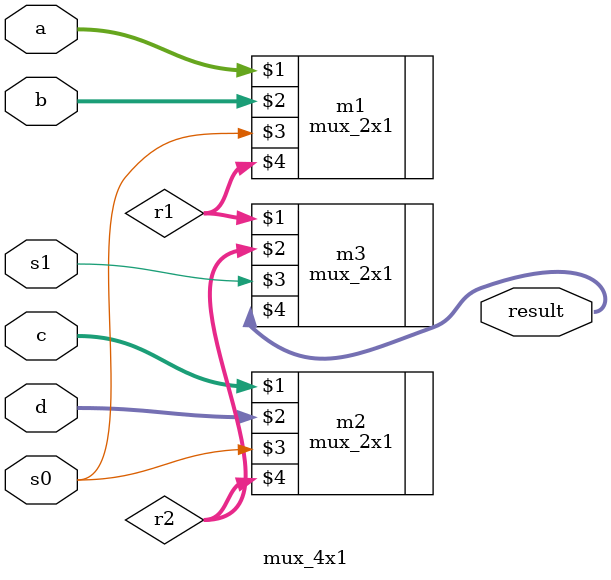
<source format=v>
module mux_4x1(a,b,c,d,s1,s0,result);
	
input[31:0] a,b,c,d;
input s1,s0;
output[31:0] result;
wire[31:0] r1,r2;
	
mux_2x1 m1(a,b,s0,r1);
mux_2x1 m2(c,d,s0,r2);
mux_2x1 m3(r1,r2,s1,result);

endmodule
</source>
